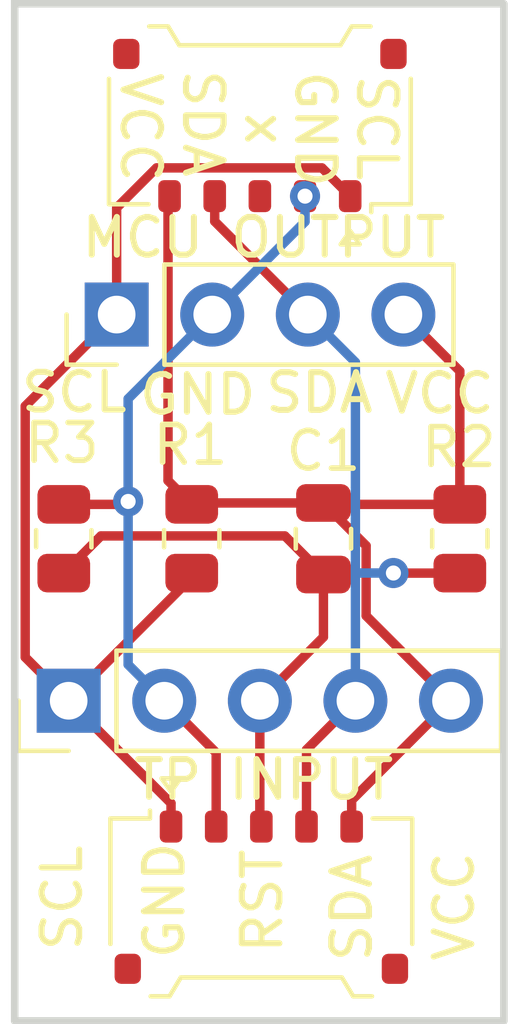
<source format=kicad_pcb>
(kicad_pcb (version 20221018) (generator pcbnew)
  (title_block (title "Trackpoint Reset Circuit") (date "2023-08-30") (rev "v1"))
  (layers (0 "F.Cu" signal) (31 "B.Cu" signal) (34 "B.Paste" user) (35 "F.Paste" user) (36 "B.SilkS" user "B.Silkscreen") (37 "F.SilkS" user "F.Silkscreen") (38 "B.Mask" user) (39 "F.Mask" user) (44 "Edge.Cuts" user))
  (net 0 "")
  (net 1 "VCC")
  (net 2 "RST")
  (net 3 "SCL")
  (net 4 "GND")
  (net 5 "SDA")
  (footprint "Resistor_SMD:R_0805_2012Metric" (layer "F.Cu") (at 49.915 48.87 90)
    (fp_text reference "R2" (at 2.43 -0.025 180) (layer "F.SilkS"))
    (fp_text value "4.7k" hide)
    (fp_line (start -0.227064 -0.735) (end 0.227064 -0.735) (stroke (width 0.12)) (layer "F.SilkS"))
    (fp_line (start -0.227064 0.735) (end 0.227064 0.735) (stroke (width 0.12)) (layer "F.SilkS"))
    (pad "1" smd roundrect (at -0.9125 0 90) (size 1.025 1.4) (layers "F.Cu" "F.Paste" "F.Mask") (roundrect_rratio 0.243902439) (net 5 "SDA"))
    (pad "2" smd roundrect (at 0.9125 0 90) (size 1.025 1.4) (layers "F.Cu" "F.Paste" "F.Mask") (roundrect_rratio 0.243902439) (net 1 "VCC"))
  )
  (footprint "Connector_Molex:Molex_Pico-EZmate_78171-0005_1x05-1MP_P1.20mm_Vertical" (layer "F.Cu") (at 44.601206 37.901437 180)
    (fp_text reference "J3" hide)
    (fp_text value "TP Output Socket - Molex" hide)
    (fp_line (start -4.01 -2.09) (end -2.96 -2.09) (stroke (width 0.12)) (layer "F.SilkS"))
    (fp_line (start -4.01 1.24) (end -4.01 -2.09) (stroke (width 0.12)) (layer "F.SilkS"))
    (fp_line (start -2.96 -2.09) (end -2.96 -2.3) (stroke (width 0.12)) (layer "F.SilkS"))
    (fp_line (start -2.94 2.63) (end -2.44 2.63) (stroke (width 0.12)) (layer "F.SilkS"))
    (fp_line (start -2.65 -3.153553) (end -2.4 -2.8) (stroke (width 0.12)) (layer "F.SilkS"))
    (fp_line (start -2.44 2.63) (end -2.14 2.13) (stroke (width 0.12)) (layer "F.SilkS"))
    (fp_line (start -2.4 -2.8) (end -2.15 -3.153553) (stroke (width 0.12)) (layer "F.SilkS"))
    (fp_line (start -2.15 -3.153553) (end -2.65 -3.153553) (stroke (width 0.12)) (layer "F.SilkS"))
    (fp_line (start -2.14 2.13) (end 2.14 2.13) (stroke (width 0.12)) (layer "F.SilkS"))
    (fp_line (start 2.14 2.13) (end 2.44 2.63) (stroke (width 0.12)) (layer "F.SilkS"))
    (fp_line (start 2.44 2.63) (end 2.94 2.63) (stroke (width 0.12)) (layer "F.SilkS"))
    (fp_line (start 4.01 -2.09) (end 2.96 -2.09) (stroke (width 0.12)) (layer "F.SilkS"))
    (fp_line (start 4.01 1.24) (end 4.01 -2.09) (stroke (width 0.12)) (layer "F.SilkS"))
    (pad "1" smd roundrect (at -2.4 -1.875 180) (size 0.6 0.85) (layers "F.Cu" "F.Paste" "F.Mask") (net 3 "SCL"))
    (pad "2" smd roundrect (at -1.2 -1.875 180) (size 0.6 0.85) (layers "F.Cu" "F.Paste" "F.Mask") (net 4 "GND"))
    (pad "3" smd roundrect (at 0 -1.875 180) (size 0.6 0.85) (layers "F.Cu" "F.Paste" "F.Mask"))
    (pad "4" smd roundrect (at 1.2 -1.875 180) (size 0.6 0.85) (layers "F.Cu" "F.Paste" "F.Mask") (net 5 "SDA"))
    (pad "5" smd roundrect (at 2.4 -1.875 180) (size 0.6 0.85) (layers "F.Cu" "F.Paste" "F.Mask") (net 1 "VCC"))
    (pad "MP" smd roundrect (at -3.55 1.9 180) (size 0.7 0.8) (layers "F.Cu" "F.Paste" "F.Mask"))
    (pad "MP" smd roundrect (at 3.55 1.9 180) (size 0.7 0.8) (layers "F.Cu" "F.Paste" "F.Mask"))
  )
  (footprint "Connector_Molex:Molex_Pico-EZmate_78171-0005_1x05-1MP_P1.20mm_Vertical" (layer "F.Cu") (at 44.64 58.385)
    (fp_text reference "J1" hide)
    (fp_text value "TP Input Socket - Molex" hide)
    (fp_line (start -4.01 -2.09) (end -2.96 -2.09) (stroke (width 0.12)) (layer "F.SilkS"))
    (fp_line (start -4.01 1.24) (end -4.01 -2.09) (stroke (width 0.12)) (layer "F.SilkS"))
    (fp_line (start -2.96 -2.09) (end -2.96 -2.3) (stroke (width 0.12)) (layer "F.SilkS"))
    (fp_line (start -2.94 2.63) (end -2.44 2.63) (stroke (width 0.12)) (layer "F.SilkS"))
    (fp_line (start -2.65 -3.153553) (end -2.4 -2.8) (stroke (width 0.12)) (layer "F.SilkS"))
    (fp_line (start -2.44 2.63) (end -2.14 2.13) (stroke (width 0.12)) (layer "F.SilkS"))
    (fp_line (start -2.4 -2.8) (end -2.15 -3.153553) (stroke (width 0.12)) (layer "F.SilkS"))
    (fp_line (start -2.15 -3.153553) (end -2.65 -3.153553) (stroke (width 0.12)) (layer "F.SilkS"))
    (fp_line (start -2.14 2.13) (end 2.14 2.13) (stroke (width 0.12)) (layer "F.SilkS"))
    (fp_line (start 2.14 2.13) (end 2.44 2.63) (stroke (width 0.12)) (layer "F.SilkS"))
    (fp_line (start 2.44 2.63) (end 2.94 2.63) (stroke (width 0.12)) (layer "F.SilkS"))
    (fp_line (start 4.01 -2.09) (end 2.96 -2.09) (stroke (width 0.12)) (layer "F.SilkS"))
    (fp_line (start 4.01 1.24) (end 4.01 -2.09) (stroke (width 0.12)) (layer "F.SilkS"))
    (pad "1" smd roundrect (at -2.4 -1.875) (size 0.6 0.85) (layers "F.Cu" "F.Paste" "F.Mask") (net 3 "SCL"))
    (pad "2" smd roundrect (at -1.2 -1.875) (size 0.6 0.85) (layers "F.Cu" "F.Paste" "F.Mask") (net 4 "GND"))
    (pad "3" smd roundrect (at 0 -1.875) (size 0.6 0.85) (layers "F.Cu" "F.Paste" "F.Mask") (net 2 "RST"))
    (pad "4" smd roundrect (at 1.2 -1.875) (size 0.6 0.85) (layers "F.Cu" "F.Paste" "F.Mask") (net 5 "SDA"))
    (pad "5" smd roundrect (at 2.4 -1.875) (size 0.6 0.85) (layers "F.Cu" "F.Paste" "F.Mask") (net 1 "VCC"))
    (pad "MP" smd roundrect (at -3.55 1.9) (size 0.7 0.8) (layers "F.Cu" "F.Paste" "F.Mask"))
    (pad "MP" smd roundrect (at 3.55 1.9) (size 0.7 0.8) (layers "F.Cu" "F.Paste" "F.Mask"))
  )
  (footprint "Resistor_SMD:R_0805_2012Metric" (layer "F.Cu") (at 42.79 48.87 90)
    (fp_text reference "R1" (at 2.49 -0.035 180) (layer "F.SilkS"))
    (fp_text value "4.7k" hide)
    (fp_line (start -0.227064 -0.735) (end 0.227064 -0.735) (stroke (width 0.12)) (layer "F.SilkS"))
    (fp_line (start -0.227064 0.735) (end 0.227064 0.735) (stroke (width 0.12)) (layer "F.SilkS"))
    (pad "1" smd roundrect (at -0.9125 0 90) (size 1.025 1.4) (layers "F.Cu" "F.Paste" "F.Mask") (roundrect_rratio 0.243902439) (net 3 "SCL"))
    (pad "2" smd roundrect (at 0.9125 0 90) (size 1.025 1.4) (layers "F.Cu" "F.Paste" "F.Mask") (roundrect_rratio 0.243902439) (net 1 "VCC"))
  )
  (footprint "Connector_PinHeader_2.54mm:PinHeader_1x05_P2.54mm_Vertical" (layer "F.Cu") (at 39.52 53.17 90)
    (fp_text reference "J2" hide)
    (fp_text value "TP Input Socket - Regular" hide)
    (fp_line (start -1.33 -1.33) (end 0 -1.33) (stroke (width 0.12)) (layer "F.SilkS"))
    (fp_line (start -1.33 0) (end -1.33 -1.33) (stroke (width 0.12)) (layer "F.SilkS"))
    (fp_line (start -1.33 1.27) (end -1.33 11.49) (stroke (width 0.12)) (layer "F.SilkS"))
    (fp_line (start -1.33 1.27) (end 1.33 1.27) (stroke (width 0.12)) (layer "F.SilkS"))
    (fp_line (start -1.33 11.49) (end 1.33 11.49) (stroke (width 0.12)) (layer "F.SilkS"))
    (fp_line (start 1.33 1.27) (end 1.33 11.49) (stroke (width 0.12)) (layer "F.SilkS"))
    (pad "1" thru_hole rect (at 0 0 90) (size 1.7 1.7) (drill 1) (layers "*.Cu" "*.Mask") (net 3 "SCL"))
    (pad "2" thru_hole oval (at 0 2.54 90) (size 1.7 1.7) (drill 1) (layers "*.Cu" "*.Mask") (net 4 "GND"))
    (pad "3" thru_hole oval (at 0 5.08 90) (size 1.7 1.7) (drill 1) (layers "*.Cu" "*.Mask") (net 2 "RST"))
    (pad "4" thru_hole oval (at 0 7.62 90) (size 1.7 1.7) (drill 1) (layers "*.Cu" "*.Mask") (net 5 "SDA"))
    (pad "5" thru_hole oval (at 0 10.16 90) (size 1.7 1.7) (drill 1) (layers "*.Cu" "*.Mask") (net 1 "VCC"))
  )
  (footprint "Capacitor_SMD:C_0805_2012Metric" (layer "F.Cu") (at 46.29 48.87 -90)
    (fp_text reference "C1" (at -2.33 0) (layer "F.SilkS"))
    (fp_text value "2.2uF" hide)
    (fp_line (start -0.261252 -0.735) (end 0.261252 -0.735) (stroke (width 0.12)) (layer "F.SilkS"))
    (fp_line (start -0.261252 0.735) (end 0.261252 0.735) (stroke (width 0.12)) (layer "F.SilkS"))
    (pad "1" smd roundrect (at -0.95 0 270) (size 1 1.45) (layers "F.Cu" "F.Paste" "F.Mask") (net 1 "VCC"))
    (pad "2" smd roundrect (at 0.95 0 270) (size 1 1.45) (layers "F.Cu" "F.Paste" "F.Mask") (net 2 "RST"))
  )
  (footprint "Resistor_SMD:R_0805_2012Metric" (layer "F.Cu") (at 39.39 48.87 90)
    (fp_text reference "R3" (at 2.54 -0.05 180) (layer "F.SilkS"))
    (fp_text value "100k" hide)
    (fp_line (start -0.227064 -0.735) (end 0.227064 -0.735) (stroke (width 0.12)) (layer "F.SilkS"))
    (fp_line (start -0.227064 0.735) (end 0.227064 0.735) (stroke (width 0.12)) (layer "F.SilkS"))
    (pad "1" smd roundrect (at -0.9125 0 90) (size 1.025 1.4) (layers "F.Cu" "F.Paste" "F.Mask") (roundrect_rratio 0.243902439) (net 2 "RST"))
    (pad "2" smd roundrect (at 0.9125 0 90) (size 1.025 1.4) (layers "F.Cu" "F.Paste" "F.Mask") (roundrect_rratio 0.243902439) (net 4 "GND"))
  )
  (footprint "Connector_PinHeader_2.54mm:PinHeader_1x04_P2.54mm_Vertical" (layer "F.Cu") (at 40.795 42.92 90)
    (fp_text reference "J4" hide)
    (fp_text value "TP Output Socket - Regular" hide)
    (fp_line (start -1.33 -1.33) (end 0 -1.33) (stroke (width 0.12)) (layer "F.SilkS"))
    (fp_line (start -1.33 0) (end -1.33 -1.33) (stroke (width 0.12)) (layer "F.SilkS"))
    (fp_line (start -1.33 1.27) (end -1.33 8.95) (stroke (width 0.12)) (layer "F.SilkS"))
    (fp_line (start -1.33 1.27) (end 1.33 1.27) (stroke (width 0.12)) (layer "F.SilkS"))
    (fp_line (start -1.33 8.95) (end 1.33 8.95) (stroke (width 0.12)) (layer "F.SilkS"))
    (fp_line (start 1.33 1.27) (end 1.33 8.95) (stroke (width 0.12)) (layer "F.SilkS"))
    (pad "1" thru_hole rect (at 0 0 90) (size 1.7 1.7) (drill 1) (layers "*.Cu" "*.Mask") (net 3 "SCL"))
    (pad "2" thru_hole oval (at 0 2.54 90) (size 1.7 1.7) (drill 1) (layers "*.Cu" "*.Mask") (net 4 "GND"))
    (pad "3" thru_hole oval (at 0 5.08 90) (size 1.7 1.7) (drill 1) (layers "*.Cu" "*.Mask") (net 5 "SDA"))
    (pad "4" thru_hole oval (at 0 7.62 90) (size 1.7 1.7) (drill 1) (layers "*.Cu" "*.Mask") (net 1 "VCC"))
  )
  (gr_rect (start 38.085 34.67) (end 51.085 61.67) (stroke (width 0.2)) (fill none) (layer "Edge.Cuts"))
  (gr_text "SCL" (at 47.126206 36.476437 -90) (layer "F.SilkS") (effects (font (size 1 1) (thickness 0.16)) (justify left bottom)))
  (gr_text "RST" (at 45.25 59.95 90) (layer "F.SilkS") (effects (font (size 1 1) (thickness 0.16)) (justify left bottom)))
  (gr_text "GND" (at 41.32 45.63) (layer "F.SilkS") (effects (font (size 1 1) (thickness 0.16)) (justify left bottom)))
  (gr_text "VCC" (at 50.35 60.16 90) (layer "F.SilkS") (effects (font (size 1 1) (thickness 0.16)) (justify left bottom)))
  (gr_text "SDA" (at 42.506206 36.336437 -90) (layer "F.SilkS") (effects (font (size 1 1) (thickness 0.16)) (justify left bottom)))
  (gr_text "GND" (at 42.65 60.1 90) (layer "F.SilkS") (effects (font (size 1 1) (thickness 0.16)) (justify left bottom)))
  (gr_text "SCL" (at 39.93 59.89 90) (layer "F.SilkS") (effects (font (size 1 1) (thickness 0.16)) (justify left bottom)))
  (gr_text "SCL" (at 38.18 45.57) (layer "F.SilkS") (effects (font (size 1 1) (thickness 0.16)) (justify left bottom)))
  (gr_text "TP INPUT" (at 41.17 55.85) (layer "F.SilkS") (effects (font (size 1 1) (thickness 0.16)) (justify left bottom)))
  (gr_text "VCC" (at 47.84 45.6) (layer "F.SilkS") (effects (font (size 1 1) (thickness 0.16)) (justify left bottom)))
  (gr_text "MCU OUTPUT" (at 39.79 41.46) (layer "F.SilkS") (effects (font (size 1 1) (thickness 0.16)) (justify left bottom)))
  (gr_text "x" (at 44.156206 37.476437 270) (layer "F.SilkS") (effects (font (size 1 1) (thickness 0.16)) (justify left bottom)))
  (gr_text "GND" (at 45.486206 36.366437 -90) (layer "F.SilkS") (effects (font (size 1 1) (thickness 0.16)) (justify left bottom)))
  (gr_text "SDA" (at 47.63 60.18 90) (layer "F.SilkS") (effects (font (size 1 1) (thickness 0.16)) (justify left bottom)))
  (gr_text "SDA" (at 44.67 45.58) (layer "F.SilkS") (effects (font (size 1 1) (thickness 0.16)) (justify left bottom)))
  (gr_text "VCC" (at 40.846206 36.416437 -90) (layer "F.SilkS") (effects (font (size 1 1) (thickness 0.16)) (justify left bottom)))
  (segment (start 49.915 44.42) (end 48.415 42.92) (width 0.25) (layer "F.Cu") (net 1))
  (segment (start 49.68 53.17) (end 47.425 50.915) (width 0.25) (layer "F.Cu") (net 1))
  (segment (start 49.915 47.9575) (end 49.915 44.42) (width 0.25) (layer "F.Cu") (net 1))
  (segment (start 47.04 56.51) (end 47.04 55.81) (width 0.25) (layer "F.Cu") (net 1))
  (segment (start 47.425 50.915) (end 47.425 49.055) (width 0.25) (layer "F.Cu") (net 1))
  (segment (start 47.425 49.055) (end 46.29 47.92) (width 0.25) (layer "F.Cu") (net 1))
  (segment (start 42.79 47.9575) (end 42.16 47.3275) (width 0.25) (layer "F.Cu") (net 1))
  (segment (start 42.16 47.3275) (end 42.16 39.817643) (width 0.25) (layer "F.Cu") (net 1))
  (segment (start 42.16 39.817643) (end 42.201206 39.776437) (width 0.25) (layer "F.Cu") (net 1))
  (segment (start 46.29 47.92) (end 42.8275 47.92) (width 0.25) (layer "F.Cu") (net 1))
  (segment (start 49.915 47.9575) (end 46.3275 47.9575) (width 0.25) (layer "F.Cu") (net 1))
  (segment (start 47.04 55.81) (end 49.68 53.17) (width 0.25) (layer "F.Cu") (net 1))
  (segment (start 45.265 48.795) (end 40.3775 48.795) (width 0.25) (layer "F.Cu") (net 2))
  (segment (start 46.29 51.48) (end 46.29 49.82) (width 0.25) (layer "F.Cu") (net 2))
  (segment (start 40.3775 48.795) (end 39.39 49.7825) (width 0.25) (layer "F.Cu") (net 2))
  (segment (start 44.6 56.47) (end 44.6 53.17) (width 0.25) (layer "F.Cu") (net 2))
  (segment (start 46.29 49.82) (end 45.265 48.795) (width 0.25) (layer "F.Cu") (net 2))
  (segment (start 44.6 53.17) (end 46.29 51.48) (width 0.25) (layer "F.Cu") (net 2))
  (segment (start 38.365 45.35) (end 40.795 42.92) (width 0.25) (layer "F.Cu") (net 3))
  (segment (start 42.24 55.89) (end 39.52 53.17) (width 0.25) (layer "F.Cu") (net 3))
  (segment (start 46.251206 39.026437) (end 47.001206 39.776437) (width 0.25) (layer "F.Cu") (net 3))
  (segment (start 40.795 42.92) (end 40.795 40.085892) (width 0.25) (layer "F.Cu") (net 3))
  (segment (start 38.365 52.015) (end 38.365 45.35) (width 0.25) (layer "F.Cu") (net 3))
  (segment (start 42.24 56.51) (end 42.24 55.89) (width 0.25) (layer "F.Cu") (net 3))
  (segment (start 40.795 40.085892) (end 41.854455 39.026437) (width 0.25) (layer "F.Cu") (net 3))
  (segment (start 42.79 49.9) (end 39.52 53.17) (width 0.25) (layer "F.Cu") (net 3))
  (segment (start 39.52 53.17) (end 38.365 52.015) (width 0.25) (layer "F.Cu") (net 3))
  (segment (start 41.854455 39.026437) (end 46.251206 39.026437) (width 0.25) (layer "F.Cu") (net 3))
  (segment (start 39.39 47.9575) (end 41.0225 47.9575) (width 0.25) (layer "F.Cu") (net 4))
  (segment (start 43.44 54.55) (end 42.06 53.17) (width 0.25) (layer "F.Cu") (net 4))
  (segment (start 43.44 56.51) (end 43.44 54.55) (width 0.25) (layer "F.Cu") (net 4))
  (via (at 41.1 47.88) (size 0.8) (drill 0.4) (layers "F.Cu" "B.Cu") (net 4))
  (via (at 45.801206 39.776437) (size 0.8) (drill 0.4) (layers "F.Cu" "B.Cu") (net 4))
  (segment (start 41.1 52.21) (end 42.06 53.17) (width 0.25) (layer "B.Cu") (net 4))
  (segment (start 41.1 47.88) (end 41.1 52.21) (width 0.25) (layer "B.Cu") (net 4))
  (segment (start 43.335 42.92) (end 45.801206 40.453794) (width 0.25) (layer "B.Cu") (net 4))
  (segment (start 41.1 45.155) (end 41.1 47.88) (width 0.25) (layer "B.Cu") (net 4))
  (segment (start 41.1 45.155) (end 43.335 42.92) (width 0.25) (layer "B.Cu") (net 4))
  (segment (start 45.801206 40.453794) (end 45.801206 39.776437) (width 0.25) (layer "B.Cu") (net 4))
  (segment (start 45.875 42.92) (end 43.401206 40.446206) (width 0.25) (layer "F.Cu") (net 5))
  (segment (start 45.84 54.47) (end 47.14 53.17) (width 0.25) (layer "F.Cu") (net 5))
  (segment (start 43.401206 40.446206) (end 43.401206 39.776437) (width 0.25) (layer "F.Cu") (net 5))
  (segment (start 45.84 56.51) (end 45.84 54.47) (width 0.25) (layer "F.Cu") (net 5))
  (segment (start 49.915 49.7825) (end 48.1525 49.7825) (width 0.25) (layer "F.Cu") (net 5))
  (via (at 48.15 49.78) (size 0.8) (drill 0.4) (layers "F.Cu" "B.Cu") (net 5))
  (segment (start 47.14 53.17) (end 47.14 49.79) (width 0.25) (layer "B.Cu") (net 5))
  (segment (start 48.15 49.78) (end 47.15 49.78) (width 0.25) (layer "B.Cu") (net 5))
  (segment (start 47.14 49.79) (end 47.14 44.185) (width 0.25) (layer "B.Cu") (net 5))
  (segment (start 47.14 44.185) (end 45.875 42.92) (width 0.25) (layer "B.Cu") (net 5))
)
</source>
